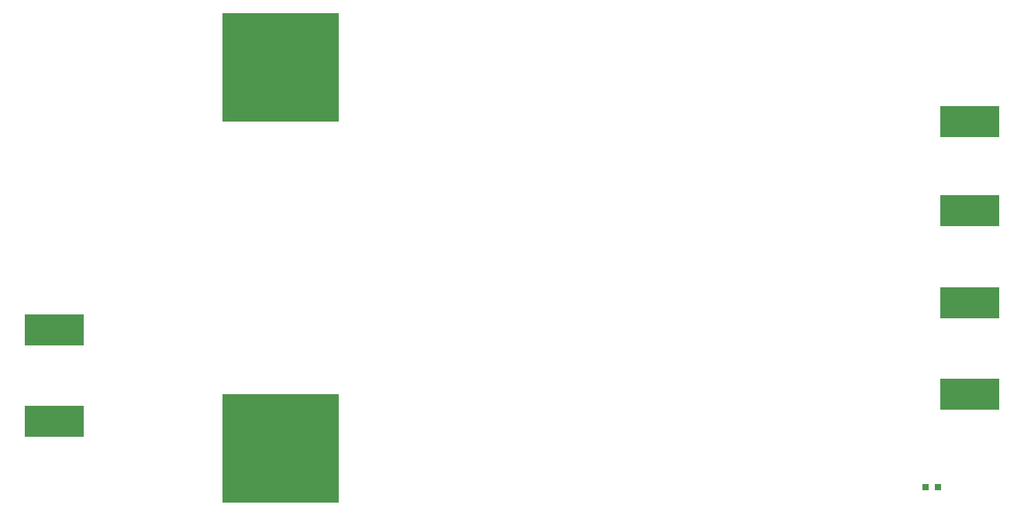
<source format=gbr>
%TF.GenerationSoftware,KiCad,Pcbnew,(5.1.10)-1*%
%TF.CreationDate,2022-06-25T13:24:03+09:00*%
%TF.ProjectId,2022___________,32303232-74a6-4dee-9fed-5fb0fb90fa7f,rev?*%
%TF.SameCoordinates,Original*%
%TF.FileFunction,Paste,Bot*%
%TF.FilePolarity,Positive*%
%FSLAX46Y46*%
G04 Gerber Fmt 4.6, Leading zero omitted, Abs format (unit mm)*
G04 Created by KiCad (PCBNEW (5.1.10)-1) date 2022-06-25 13:24:03*
%MOMM*%
%LPD*%
G01*
G04 APERTURE LIST*
%ADD10R,0.700000X0.800000*%
%ADD11R,6.500000X3.500000*%
%ADD12R,12.700000X11.938000*%
G04 APERTURE END LIST*
D10*
%TO.C,C2*%
X195066100Y-130214600D03*
X193666100Y-130214600D03*
%TD*%
D11*
%TO.C,IN-*%
X98501100Y-113003600D03*
%TD*%
%TO.C,OUT1-*%
X198501100Y-120003600D03*
%TD*%
%TO.C,OUT2-*%
X198501100Y-110003600D03*
%TD*%
%TO.C,OUT3-*%
X198501100Y-100003600D03*
%TD*%
%TO.C,OUT4-*%
X198501100Y-90203600D03*
%TD*%
%TO.C,THRU-*%
X98501100Y-123003600D03*
%TD*%
D12*
%TO.C,IRLB3813*%
X123235700Y-125933600D03*
%TD*%
%TO.C,IRLB3813*%
X123235700Y-84266600D03*
%TD*%
M02*

</source>
